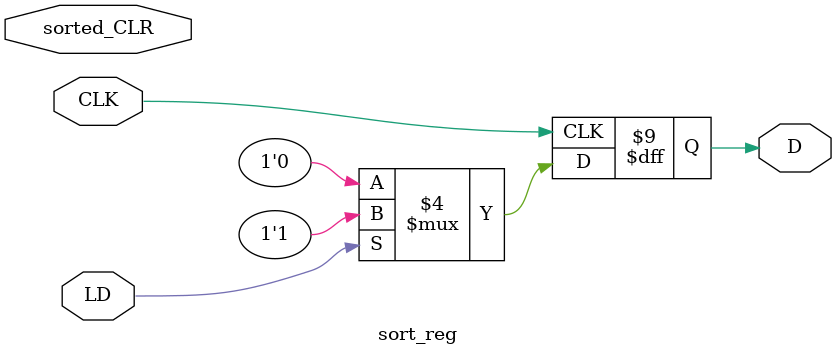
<source format=sv>
`timescale 1ns / 1ps


module sort_reg(
    input LD,
    input sorted_CLR,
    input CLK, 
    
    output logic D
    );


always_ff @ (posedge CLK) //Register with sync load behavior
begin
if (sorted_CLR)
   D = 0;
if (LD == 1) // if password is in the matching sequence state, record
   D = 1; //saved 3 bit entered password]
else
  D = 0;
 end

endmodule

</source>
